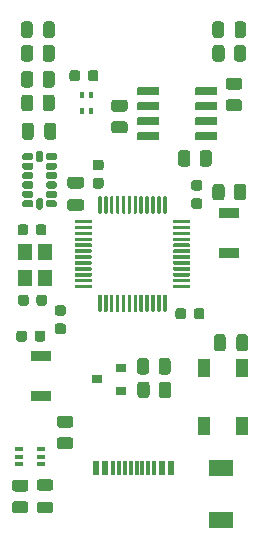
<source format=gbr>
%TF.GenerationSoftware,KiCad,Pcbnew,(5.1.12)-1*%
%TF.CreationDate,2021-12-27T17:53:29+01:00*%
%TF.ProjectId,stm32l-mcu-board,73746d33-326c-42d6-9d63-752d626f6172,rev?*%
%TF.SameCoordinates,Original*%
%TF.FileFunction,Paste,Top*%
%TF.FilePolarity,Positive*%
%FSLAX46Y46*%
G04 Gerber Fmt 4.6, Leading zero omitted, Abs format (unit mm)*
G04 Created by KiCad (PCBNEW (5.1.12)-1) date 2021-12-27 17:53:29*
%MOMM*%
%LPD*%
G01*
G04 APERTURE LIST*
%ADD10R,1.700000X0.900000*%
%ADD11R,1.000000X1.500000*%
%ADD12R,0.900000X0.800000*%
%ADD13R,0.300000X1.150000*%
%ADD14R,0.600000X1.150000*%
%ADD15R,0.650000X0.400000*%
%ADD16R,2.100000X1.400000*%
%ADD17R,1.200000X1.400000*%
%ADD18R,0.300000X0.500000*%
G04 APERTURE END LIST*
%TO.C,U4*%
G36*
G01*
X92150000Y-67775000D02*
X92150000Y-67125000D01*
G75*
G02*
X92300000Y-66975000I150000J0D01*
G01*
X92600000Y-66975000D01*
G75*
G02*
X92750000Y-67125000I0J-150000D01*
G01*
X92750000Y-67775000D01*
G75*
G02*
X92600000Y-67925000I-150000J0D01*
G01*
X92300000Y-67925000D01*
G75*
G02*
X92150000Y-67775000I0J150000D01*
G01*
G37*
G36*
G01*
X92975000Y-67600000D02*
X92975000Y-67300000D01*
G75*
G02*
X93125000Y-67150000I150000J0D01*
G01*
X93775000Y-67150000D01*
G75*
G02*
X93925000Y-67300000I0J-150000D01*
G01*
X93925000Y-67600000D01*
G75*
G02*
X93775000Y-67750000I-150000J0D01*
G01*
X93125000Y-67750000D01*
G75*
G02*
X92975000Y-67600000I0J150000D01*
G01*
G37*
G36*
G01*
X92975000Y-68400000D02*
X92975000Y-68100000D01*
G75*
G02*
X93125000Y-67950000I150000J0D01*
G01*
X93775000Y-67950000D01*
G75*
G02*
X93925000Y-68100000I0J-150000D01*
G01*
X93925000Y-68400000D01*
G75*
G02*
X93775000Y-68550000I-150000J0D01*
G01*
X93125000Y-68550000D01*
G75*
G02*
X92975000Y-68400000I0J150000D01*
G01*
G37*
G36*
G01*
X92975000Y-69200000D02*
X92975000Y-68900000D01*
G75*
G02*
X93125000Y-68750000I150000J0D01*
G01*
X93775000Y-68750000D01*
G75*
G02*
X93925000Y-68900000I0J-150000D01*
G01*
X93925000Y-69200000D01*
G75*
G02*
X93775000Y-69350000I-150000J0D01*
G01*
X93125000Y-69350000D01*
G75*
G02*
X92975000Y-69200000I0J150000D01*
G01*
G37*
G36*
G01*
X92975000Y-70000000D02*
X92975000Y-69700000D01*
G75*
G02*
X93125000Y-69550000I150000J0D01*
G01*
X93775000Y-69550000D01*
G75*
G02*
X93925000Y-69700000I0J-150000D01*
G01*
X93925000Y-70000000D01*
G75*
G02*
X93775000Y-70150000I-150000J0D01*
G01*
X93125000Y-70150000D01*
G75*
G02*
X92975000Y-70000000I0J150000D01*
G01*
G37*
G36*
G01*
X92975000Y-70800000D02*
X92975000Y-70500000D01*
G75*
G02*
X93125000Y-70350000I150000J0D01*
G01*
X93775000Y-70350000D01*
G75*
G02*
X93925000Y-70500000I0J-150000D01*
G01*
X93925000Y-70800000D01*
G75*
G02*
X93775000Y-70950000I-150000J0D01*
G01*
X93125000Y-70950000D01*
G75*
G02*
X92975000Y-70800000I0J150000D01*
G01*
G37*
G36*
G01*
X92975000Y-71600000D02*
X92975000Y-71300000D01*
G75*
G02*
X93125000Y-71150000I150000J0D01*
G01*
X93775000Y-71150000D01*
G75*
G02*
X93925000Y-71300000I0J-150000D01*
G01*
X93925000Y-71600000D01*
G75*
G02*
X93775000Y-71750000I-150000J0D01*
G01*
X93125000Y-71750000D01*
G75*
G02*
X92975000Y-71600000I0J150000D01*
G01*
G37*
G36*
G01*
X92150000Y-71775000D02*
X92150000Y-71125000D01*
G75*
G02*
X92300000Y-70975000I150000J0D01*
G01*
X92600000Y-70975000D01*
G75*
G02*
X92750000Y-71125000I0J-150000D01*
G01*
X92750000Y-71775000D01*
G75*
G02*
X92600000Y-71925000I-150000J0D01*
G01*
X92300000Y-71925000D01*
G75*
G02*
X92150000Y-71775000I0J150000D01*
G01*
G37*
G36*
G01*
X90975000Y-71600000D02*
X90975000Y-71300000D01*
G75*
G02*
X91125000Y-71150000I150000J0D01*
G01*
X91775000Y-71150000D01*
G75*
G02*
X91925000Y-71300000I0J-150000D01*
G01*
X91925000Y-71600000D01*
G75*
G02*
X91775000Y-71750000I-150000J0D01*
G01*
X91125000Y-71750000D01*
G75*
G02*
X90975000Y-71600000I0J150000D01*
G01*
G37*
G36*
G01*
X90975000Y-70800000D02*
X90975000Y-70500000D01*
G75*
G02*
X91125000Y-70350000I150000J0D01*
G01*
X91775000Y-70350000D01*
G75*
G02*
X91925000Y-70500000I0J-150000D01*
G01*
X91925000Y-70800000D01*
G75*
G02*
X91775000Y-70950000I-150000J0D01*
G01*
X91125000Y-70950000D01*
G75*
G02*
X90975000Y-70800000I0J150000D01*
G01*
G37*
G36*
G01*
X90975000Y-70000000D02*
X90975000Y-69700000D01*
G75*
G02*
X91125000Y-69550000I150000J0D01*
G01*
X91775000Y-69550000D01*
G75*
G02*
X91925000Y-69700000I0J-150000D01*
G01*
X91925000Y-70000000D01*
G75*
G02*
X91775000Y-70150000I-150000J0D01*
G01*
X91125000Y-70150000D01*
G75*
G02*
X90975000Y-70000000I0J150000D01*
G01*
G37*
G36*
G01*
X90975000Y-69200000D02*
X90975000Y-68900000D01*
G75*
G02*
X91125000Y-68750000I150000J0D01*
G01*
X91775000Y-68750000D01*
G75*
G02*
X91925000Y-68900000I0J-150000D01*
G01*
X91925000Y-69200000D01*
G75*
G02*
X91775000Y-69350000I-150000J0D01*
G01*
X91125000Y-69350000D01*
G75*
G02*
X90975000Y-69200000I0J150000D01*
G01*
G37*
G36*
G01*
X90975000Y-68400000D02*
X90975000Y-68100000D01*
G75*
G02*
X91125000Y-67950000I150000J0D01*
G01*
X91775000Y-67950000D01*
G75*
G02*
X91925000Y-68100000I0J-150000D01*
G01*
X91925000Y-68400000D01*
G75*
G02*
X91775000Y-68550000I-150000J0D01*
G01*
X91125000Y-68550000D01*
G75*
G02*
X90975000Y-68400000I0J150000D01*
G01*
G37*
G36*
G01*
X90975000Y-67600000D02*
X90975000Y-67300000D01*
G75*
G02*
X91125000Y-67150000I150000J0D01*
G01*
X91775000Y-67150000D01*
G75*
G02*
X91925000Y-67300000I0J-150000D01*
G01*
X91925000Y-67600000D01*
G75*
G02*
X91775000Y-67750000I-150000J0D01*
G01*
X91125000Y-67750000D01*
G75*
G02*
X90975000Y-67600000I0J150000D01*
G01*
G37*
%TD*%
D10*
%TO.C,SW2*%
X108450000Y-75650000D03*
X108450000Y-72250000D03*
%TD*%
%TO.C,R13*%
G36*
G01*
X108100000Y-69999999D02*
X108100000Y-70900001D01*
G75*
G02*
X107850001Y-71150000I-249999J0D01*
G01*
X107324999Y-71150000D01*
G75*
G02*
X107075000Y-70900001I0J249999D01*
G01*
X107075000Y-69999999D01*
G75*
G02*
X107324999Y-69750000I249999J0D01*
G01*
X107850001Y-69750000D01*
G75*
G02*
X108100000Y-69999999I0J-249999D01*
G01*
G37*
G36*
G01*
X109925000Y-69999999D02*
X109925000Y-70900001D01*
G75*
G02*
X109675001Y-71150000I-249999J0D01*
G01*
X109149999Y-71150000D01*
G75*
G02*
X108900000Y-70900001I0J249999D01*
G01*
X108900000Y-69999999D01*
G75*
G02*
X109149999Y-69750000I249999J0D01*
G01*
X109675001Y-69750000D01*
G75*
G02*
X109925000Y-69999999I0J-249999D01*
G01*
G37*
%TD*%
%TO.C,C18*%
G36*
G01*
X108200000Y-82725000D02*
X108200000Y-83675000D01*
G75*
G02*
X107950000Y-83925000I-250000J0D01*
G01*
X107450000Y-83925000D01*
G75*
G02*
X107200000Y-83675000I0J250000D01*
G01*
X107200000Y-82725000D01*
G75*
G02*
X107450000Y-82475000I250000J0D01*
G01*
X107950000Y-82475000D01*
G75*
G02*
X108200000Y-82725000I0J-250000D01*
G01*
G37*
G36*
G01*
X110100000Y-82725000D02*
X110100000Y-83675000D01*
G75*
G02*
X109850000Y-83925000I-250000J0D01*
G01*
X109350000Y-83925000D01*
G75*
G02*
X109100000Y-83675000I0J250000D01*
G01*
X109100000Y-82725000D01*
G75*
G02*
X109350000Y-82475000I250000J0D01*
G01*
X109850000Y-82475000D01*
G75*
G02*
X110100000Y-82725000I0J-250000D01*
G01*
G37*
%TD*%
D11*
%TO.C,D5*%
X106400000Y-90250000D03*
X109600000Y-90250000D03*
X109600000Y-85350000D03*
X106400000Y-85350000D03*
%TD*%
%TO.C,R12*%
G36*
G01*
X92700000Y-61350001D02*
X92700000Y-60449999D01*
G75*
G02*
X92949999Y-60200000I249999J0D01*
G01*
X93475001Y-60200000D01*
G75*
G02*
X93725000Y-60449999I0J-249999D01*
G01*
X93725000Y-61350001D01*
G75*
G02*
X93475001Y-61600000I-249999J0D01*
G01*
X92949999Y-61600000D01*
G75*
G02*
X92700000Y-61350001I0J249999D01*
G01*
G37*
G36*
G01*
X90875000Y-61350001D02*
X90875000Y-60449999D01*
G75*
G02*
X91124999Y-60200000I249999J0D01*
G01*
X91650001Y-60200000D01*
G75*
G02*
X91900000Y-60449999I0J-249999D01*
G01*
X91900000Y-61350001D01*
G75*
G02*
X91650001Y-61600000I-249999J0D01*
G01*
X91124999Y-61600000D01*
G75*
G02*
X90875000Y-61350001I0J249999D01*
G01*
G37*
%TD*%
%TO.C,R11*%
G36*
G01*
X92700000Y-63350001D02*
X92700000Y-62449999D01*
G75*
G02*
X92949999Y-62200000I249999J0D01*
G01*
X93475001Y-62200000D01*
G75*
G02*
X93725000Y-62449999I0J-249999D01*
G01*
X93725000Y-63350001D01*
G75*
G02*
X93475001Y-63600000I-249999J0D01*
G01*
X92949999Y-63600000D01*
G75*
G02*
X92700000Y-63350001I0J249999D01*
G01*
G37*
G36*
G01*
X90875000Y-63350001D02*
X90875000Y-62449999D01*
G75*
G02*
X91124999Y-62200000I249999J0D01*
G01*
X91650001Y-62200000D01*
G75*
G02*
X91900000Y-62449999I0J-249999D01*
G01*
X91900000Y-63350001D01*
G75*
G02*
X91650001Y-63600000I-249999J0D01*
G01*
X91124999Y-63600000D01*
G75*
G02*
X90875000Y-63350001I0J249999D01*
G01*
G37*
%TD*%
%TO.C,R6*%
G36*
G01*
X108100000Y-58249999D02*
X108100000Y-59150001D01*
G75*
G02*
X107850001Y-59400000I-249999J0D01*
G01*
X107324999Y-59400000D01*
G75*
G02*
X107075000Y-59150001I0J249999D01*
G01*
X107075000Y-58249999D01*
G75*
G02*
X107324999Y-58000000I249999J0D01*
G01*
X107850001Y-58000000D01*
G75*
G02*
X108100000Y-58249999I0J-249999D01*
G01*
G37*
G36*
G01*
X109925000Y-58249999D02*
X109925000Y-59150001D01*
G75*
G02*
X109675001Y-59400000I-249999J0D01*
G01*
X109149999Y-59400000D01*
G75*
G02*
X108900000Y-59150001I0J249999D01*
G01*
X108900000Y-58249999D01*
G75*
G02*
X109149999Y-58000000I249999J0D01*
G01*
X109675001Y-58000000D01*
G75*
G02*
X109925000Y-58249999I0J-249999D01*
G01*
G37*
%TD*%
%TO.C,D1*%
G36*
G01*
X108050000Y-56243750D02*
X108050000Y-57156250D01*
G75*
G02*
X107806250Y-57400000I-243750J0D01*
G01*
X107318750Y-57400000D01*
G75*
G02*
X107075000Y-57156250I0J243750D01*
G01*
X107075000Y-56243750D01*
G75*
G02*
X107318750Y-56000000I243750J0D01*
G01*
X107806250Y-56000000D01*
G75*
G02*
X108050000Y-56243750I0J-243750D01*
G01*
G37*
G36*
G01*
X109925000Y-56243750D02*
X109925000Y-57156250D01*
G75*
G02*
X109681250Y-57400000I-243750J0D01*
G01*
X109193750Y-57400000D01*
G75*
G02*
X108950000Y-57156250I0J243750D01*
G01*
X108950000Y-56243750D01*
G75*
G02*
X109193750Y-56000000I243750J0D01*
G01*
X109681250Y-56000000D01*
G75*
G02*
X109925000Y-56243750I0J-243750D01*
G01*
G37*
%TD*%
D12*
%TO.C,U5*%
X97300000Y-86300000D03*
X99300000Y-85350000D03*
X99300000Y-87250000D03*
%TD*%
%TO.C,TH1*%
G36*
G01*
X102550000Y-87650001D02*
X102550000Y-86749999D01*
G75*
G02*
X102799999Y-86500000I249999J0D01*
G01*
X103325001Y-86500000D01*
G75*
G02*
X103575000Y-86749999I0J-249999D01*
G01*
X103575000Y-87650001D01*
G75*
G02*
X103325001Y-87900000I-249999J0D01*
G01*
X102799999Y-87900000D01*
G75*
G02*
X102550000Y-87650001I0J249999D01*
G01*
G37*
G36*
G01*
X100725000Y-87650001D02*
X100725000Y-86749999D01*
G75*
G02*
X100974999Y-86500000I249999J0D01*
G01*
X101500001Y-86500000D01*
G75*
G02*
X101750000Y-86749999I0J-249999D01*
G01*
X101750000Y-87650001D01*
G75*
G02*
X101500001Y-87900000I-249999J0D01*
G01*
X100974999Y-87900000D01*
G75*
G02*
X100725000Y-87650001I0J249999D01*
G01*
G37*
%TD*%
%TO.C,R8*%
G36*
G01*
X101712500Y-84749999D02*
X101712500Y-85650001D01*
G75*
G02*
X101462501Y-85900000I-249999J0D01*
G01*
X100937499Y-85900000D01*
G75*
G02*
X100687500Y-85650001I0J249999D01*
G01*
X100687500Y-84749999D01*
G75*
G02*
X100937499Y-84500000I249999J0D01*
G01*
X101462501Y-84500000D01*
G75*
G02*
X101712500Y-84749999I0J-249999D01*
G01*
G37*
G36*
G01*
X103537500Y-84749999D02*
X103537500Y-85650001D01*
G75*
G02*
X103287501Y-85900000I-249999J0D01*
G01*
X102762499Y-85900000D01*
G75*
G02*
X102512500Y-85650001I0J249999D01*
G01*
X102512500Y-84749999D01*
G75*
G02*
X102762499Y-84500000I249999J0D01*
G01*
X103287501Y-84500000D01*
G75*
G02*
X103537500Y-84749999I0J-249999D01*
G01*
G37*
%TD*%
%TO.C,C8*%
G36*
G01*
X92850000Y-65775000D02*
X92850000Y-64825000D01*
G75*
G02*
X93100000Y-64575000I250000J0D01*
G01*
X93600000Y-64575000D01*
G75*
G02*
X93850000Y-64825000I0J-250000D01*
G01*
X93850000Y-65775000D01*
G75*
G02*
X93600000Y-66025000I-250000J0D01*
G01*
X93100000Y-66025000D01*
G75*
G02*
X92850000Y-65775000I0J250000D01*
G01*
G37*
G36*
G01*
X90950000Y-65775000D02*
X90950000Y-64825000D01*
G75*
G02*
X91200000Y-64575000I250000J0D01*
G01*
X91700000Y-64575000D01*
G75*
G02*
X91950000Y-64825000I0J-250000D01*
G01*
X91950000Y-65775000D01*
G75*
G02*
X91700000Y-66025000I-250000J0D01*
G01*
X91200000Y-66025000D01*
G75*
G02*
X90950000Y-65775000I0J250000D01*
G01*
G37*
%TD*%
D13*
%TO.C,J1*%
X98650000Y-93845000D03*
X99150000Y-93845000D03*
X99650000Y-93845000D03*
X102150000Y-93845000D03*
X101650000Y-93845000D03*
X101150000Y-93845000D03*
X100150000Y-93845000D03*
X100650000Y-93845000D03*
D14*
X102800000Y-93845000D03*
X98000000Y-93845000D03*
X103600000Y-93845000D03*
X97200000Y-93845000D03*
%TD*%
%TO.C,R9*%
G36*
G01*
X95050001Y-90400000D02*
X94149999Y-90400000D01*
G75*
G02*
X93900000Y-90150001I0J249999D01*
G01*
X93900000Y-89624999D01*
G75*
G02*
X94149999Y-89375000I249999J0D01*
G01*
X95050001Y-89375000D01*
G75*
G02*
X95300000Y-89624999I0J-249999D01*
G01*
X95300000Y-90150001D01*
G75*
G02*
X95050001Y-90400000I-249999J0D01*
G01*
G37*
G36*
G01*
X95050001Y-92225000D02*
X94149999Y-92225000D01*
G75*
G02*
X93900000Y-91975001I0J249999D01*
G01*
X93900000Y-91449999D01*
G75*
G02*
X94149999Y-91200000I249999J0D01*
G01*
X95050001Y-91200000D01*
G75*
G02*
X95300000Y-91449999I0J-249999D01*
G01*
X95300000Y-91975001D01*
G75*
G02*
X95050001Y-92225000I-249999J0D01*
G01*
G37*
%TD*%
D15*
%TO.C,Q1*%
X90700000Y-93500000D03*
X90700000Y-92200000D03*
X92600000Y-92850000D03*
X90700000Y-92850000D03*
X92600000Y-92200000D03*
X92600000Y-93500000D03*
%TD*%
D16*
%TO.C,D3*%
X107800000Y-98200000D03*
X107800000Y-93800000D03*
%TD*%
D17*
%TO.C,Y1*%
X92900000Y-75550000D03*
X92900000Y-77750000D03*
X91200000Y-77750000D03*
X91200000Y-75550000D03*
%TD*%
D10*
%TO.C,SW1*%
X92600000Y-84300000D03*
X92600000Y-87700000D03*
%TD*%
%TO.C,C7*%
G36*
G01*
X93950000Y-81575000D02*
X94450000Y-81575000D01*
G75*
G02*
X94675000Y-81800000I0J-225000D01*
G01*
X94675000Y-82250000D01*
G75*
G02*
X94450000Y-82475000I-225000J0D01*
G01*
X93950000Y-82475000D01*
G75*
G02*
X93725000Y-82250000I0J225000D01*
G01*
X93725000Y-81800000D01*
G75*
G02*
X93950000Y-81575000I225000J0D01*
G01*
G37*
G36*
G01*
X93950000Y-80025000D02*
X94450000Y-80025000D01*
G75*
G02*
X94675000Y-80250000I0J-225000D01*
G01*
X94675000Y-80700000D01*
G75*
G02*
X94450000Y-80925000I-225000J0D01*
G01*
X93950000Y-80925000D01*
G75*
G02*
X93725000Y-80700000I0J225000D01*
G01*
X93725000Y-80250000D01*
G75*
G02*
X93950000Y-80025000I225000J0D01*
G01*
G37*
%TD*%
%TO.C,C6*%
G36*
G01*
X106000000Y-70325000D02*
X105500000Y-70325000D01*
G75*
G02*
X105275000Y-70100000I0J225000D01*
G01*
X105275000Y-69650000D01*
G75*
G02*
X105500000Y-69425000I225000J0D01*
G01*
X106000000Y-69425000D01*
G75*
G02*
X106225000Y-69650000I0J-225000D01*
G01*
X106225000Y-70100000D01*
G75*
G02*
X106000000Y-70325000I-225000J0D01*
G01*
G37*
G36*
G01*
X106000000Y-71875000D02*
X105500000Y-71875000D01*
G75*
G02*
X105275000Y-71650000I0J225000D01*
G01*
X105275000Y-71200000D01*
G75*
G02*
X105500000Y-70975000I225000J0D01*
G01*
X106000000Y-70975000D01*
G75*
G02*
X106225000Y-71200000I0J-225000D01*
G01*
X106225000Y-71650000D01*
G75*
G02*
X106000000Y-71875000I-225000J0D01*
G01*
G37*
%TD*%
%TO.C,C5*%
G36*
G01*
X105500000Y-81000000D02*
X105500000Y-80500000D01*
G75*
G02*
X105725000Y-80275000I225000J0D01*
G01*
X106175000Y-80275000D01*
G75*
G02*
X106400000Y-80500000I0J-225000D01*
G01*
X106400000Y-81000000D01*
G75*
G02*
X106175000Y-81225000I-225000J0D01*
G01*
X105725000Y-81225000D01*
G75*
G02*
X105500000Y-81000000I0J225000D01*
G01*
G37*
G36*
G01*
X103950000Y-81000000D02*
X103950000Y-80500000D01*
G75*
G02*
X104175000Y-80275000I225000J0D01*
G01*
X104625000Y-80275000D01*
G75*
G02*
X104850000Y-80500000I0J-225000D01*
G01*
X104850000Y-81000000D01*
G75*
G02*
X104625000Y-81225000I-225000J0D01*
G01*
X104175000Y-81225000D01*
G75*
G02*
X103950000Y-81000000I0J225000D01*
G01*
G37*
%TD*%
%TO.C,C3*%
G36*
G01*
X91375000Y-82400000D02*
X91375000Y-82900000D01*
G75*
G02*
X91150000Y-83125000I-225000J0D01*
G01*
X90700000Y-83125000D01*
G75*
G02*
X90475000Y-82900000I0J225000D01*
G01*
X90475000Y-82400000D01*
G75*
G02*
X90700000Y-82175000I225000J0D01*
G01*
X91150000Y-82175000D01*
G75*
G02*
X91375000Y-82400000I0J-225000D01*
G01*
G37*
G36*
G01*
X92925000Y-82400000D02*
X92925000Y-82900000D01*
G75*
G02*
X92700000Y-83125000I-225000J0D01*
G01*
X92250000Y-83125000D01*
G75*
G02*
X92025000Y-82900000I0J225000D01*
G01*
X92025000Y-82400000D01*
G75*
G02*
X92250000Y-82175000I225000J0D01*
G01*
X92700000Y-82175000D01*
G75*
G02*
X92925000Y-82400000I0J-225000D01*
G01*
G37*
%TD*%
%TO.C,C4*%
G36*
G01*
X91525000Y-79350000D02*
X91525000Y-79850000D01*
G75*
G02*
X91300000Y-80075000I-225000J0D01*
G01*
X90850000Y-80075000D01*
G75*
G02*
X90625000Y-79850000I0J225000D01*
G01*
X90625000Y-79350000D01*
G75*
G02*
X90850000Y-79125000I225000J0D01*
G01*
X91300000Y-79125000D01*
G75*
G02*
X91525000Y-79350000I0J-225000D01*
G01*
G37*
G36*
G01*
X93075000Y-79350000D02*
X93075000Y-79850000D01*
G75*
G02*
X92850000Y-80075000I-225000J0D01*
G01*
X92400000Y-80075000D01*
G75*
G02*
X92175000Y-79850000I0J225000D01*
G01*
X92175000Y-79350000D01*
G75*
G02*
X92400000Y-79125000I225000J0D01*
G01*
X92850000Y-79125000D01*
G75*
G02*
X93075000Y-79350000I0J-225000D01*
G01*
G37*
%TD*%
%TO.C,C1*%
G36*
G01*
X91475000Y-73400000D02*
X91475000Y-73900000D01*
G75*
G02*
X91250000Y-74125000I-225000J0D01*
G01*
X90800000Y-74125000D01*
G75*
G02*
X90575000Y-73900000I0J225000D01*
G01*
X90575000Y-73400000D01*
G75*
G02*
X90800000Y-73175000I225000J0D01*
G01*
X91250000Y-73175000D01*
G75*
G02*
X91475000Y-73400000I0J-225000D01*
G01*
G37*
G36*
G01*
X93025000Y-73400000D02*
X93025000Y-73900000D01*
G75*
G02*
X92800000Y-74125000I-225000J0D01*
G01*
X92350000Y-74125000D01*
G75*
G02*
X92125000Y-73900000I0J225000D01*
G01*
X92125000Y-73400000D01*
G75*
G02*
X92350000Y-73175000I225000J0D01*
G01*
X92800000Y-73175000D01*
G75*
G02*
X93025000Y-73400000I0J-225000D01*
G01*
G37*
%TD*%
%TO.C,U3*%
G36*
G01*
X97400000Y-72200000D02*
X97400000Y-70875000D01*
G75*
G02*
X97475000Y-70800000I75000J0D01*
G01*
X97625000Y-70800000D01*
G75*
G02*
X97700000Y-70875000I0J-75000D01*
G01*
X97700000Y-72200000D01*
G75*
G02*
X97625000Y-72275000I-75000J0D01*
G01*
X97475000Y-72275000D01*
G75*
G02*
X97400000Y-72200000I0J75000D01*
G01*
G37*
G36*
G01*
X97900000Y-72200000D02*
X97900000Y-70875000D01*
G75*
G02*
X97975000Y-70800000I75000J0D01*
G01*
X98125000Y-70800000D01*
G75*
G02*
X98200000Y-70875000I0J-75000D01*
G01*
X98200000Y-72200000D01*
G75*
G02*
X98125000Y-72275000I-75000J0D01*
G01*
X97975000Y-72275000D01*
G75*
G02*
X97900000Y-72200000I0J75000D01*
G01*
G37*
G36*
G01*
X98400000Y-72200000D02*
X98400000Y-70875000D01*
G75*
G02*
X98475000Y-70800000I75000J0D01*
G01*
X98625000Y-70800000D01*
G75*
G02*
X98700000Y-70875000I0J-75000D01*
G01*
X98700000Y-72200000D01*
G75*
G02*
X98625000Y-72275000I-75000J0D01*
G01*
X98475000Y-72275000D01*
G75*
G02*
X98400000Y-72200000I0J75000D01*
G01*
G37*
G36*
G01*
X98900000Y-72200000D02*
X98900000Y-70875000D01*
G75*
G02*
X98975000Y-70800000I75000J0D01*
G01*
X99125000Y-70800000D01*
G75*
G02*
X99200000Y-70875000I0J-75000D01*
G01*
X99200000Y-72200000D01*
G75*
G02*
X99125000Y-72275000I-75000J0D01*
G01*
X98975000Y-72275000D01*
G75*
G02*
X98900000Y-72200000I0J75000D01*
G01*
G37*
G36*
G01*
X99400000Y-72200000D02*
X99400000Y-70875000D01*
G75*
G02*
X99475000Y-70800000I75000J0D01*
G01*
X99625000Y-70800000D01*
G75*
G02*
X99700000Y-70875000I0J-75000D01*
G01*
X99700000Y-72200000D01*
G75*
G02*
X99625000Y-72275000I-75000J0D01*
G01*
X99475000Y-72275000D01*
G75*
G02*
X99400000Y-72200000I0J75000D01*
G01*
G37*
G36*
G01*
X99900000Y-72200000D02*
X99900000Y-70875000D01*
G75*
G02*
X99975000Y-70800000I75000J0D01*
G01*
X100125000Y-70800000D01*
G75*
G02*
X100200000Y-70875000I0J-75000D01*
G01*
X100200000Y-72200000D01*
G75*
G02*
X100125000Y-72275000I-75000J0D01*
G01*
X99975000Y-72275000D01*
G75*
G02*
X99900000Y-72200000I0J75000D01*
G01*
G37*
G36*
G01*
X100400000Y-72200000D02*
X100400000Y-70875000D01*
G75*
G02*
X100475000Y-70800000I75000J0D01*
G01*
X100625000Y-70800000D01*
G75*
G02*
X100700000Y-70875000I0J-75000D01*
G01*
X100700000Y-72200000D01*
G75*
G02*
X100625000Y-72275000I-75000J0D01*
G01*
X100475000Y-72275000D01*
G75*
G02*
X100400000Y-72200000I0J75000D01*
G01*
G37*
G36*
G01*
X100900000Y-72200000D02*
X100900000Y-70875000D01*
G75*
G02*
X100975000Y-70800000I75000J0D01*
G01*
X101125000Y-70800000D01*
G75*
G02*
X101200000Y-70875000I0J-75000D01*
G01*
X101200000Y-72200000D01*
G75*
G02*
X101125000Y-72275000I-75000J0D01*
G01*
X100975000Y-72275000D01*
G75*
G02*
X100900000Y-72200000I0J75000D01*
G01*
G37*
G36*
G01*
X101400000Y-72200000D02*
X101400000Y-70875000D01*
G75*
G02*
X101475000Y-70800000I75000J0D01*
G01*
X101625000Y-70800000D01*
G75*
G02*
X101700000Y-70875000I0J-75000D01*
G01*
X101700000Y-72200000D01*
G75*
G02*
X101625000Y-72275000I-75000J0D01*
G01*
X101475000Y-72275000D01*
G75*
G02*
X101400000Y-72200000I0J75000D01*
G01*
G37*
G36*
G01*
X101900000Y-72200000D02*
X101900000Y-70875000D01*
G75*
G02*
X101975000Y-70800000I75000J0D01*
G01*
X102125000Y-70800000D01*
G75*
G02*
X102200000Y-70875000I0J-75000D01*
G01*
X102200000Y-72200000D01*
G75*
G02*
X102125000Y-72275000I-75000J0D01*
G01*
X101975000Y-72275000D01*
G75*
G02*
X101900000Y-72200000I0J75000D01*
G01*
G37*
G36*
G01*
X102400000Y-72200000D02*
X102400000Y-70875000D01*
G75*
G02*
X102475000Y-70800000I75000J0D01*
G01*
X102625000Y-70800000D01*
G75*
G02*
X102700000Y-70875000I0J-75000D01*
G01*
X102700000Y-72200000D01*
G75*
G02*
X102625000Y-72275000I-75000J0D01*
G01*
X102475000Y-72275000D01*
G75*
G02*
X102400000Y-72200000I0J75000D01*
G01*
G37*
G36*
G01*
X102900000Y-72200000D02*
X102900000Y-70875000D01*
G75*
G02*
X102975000Y-70800000I75000J0D01*
G01*
X103125000Y-70800000D01*
G75*
G02*
X103200000Y-70875000I0J-75000D01*
G01*
X103200000Y-72200000D01*
G75*
G02*
X103125000Y-72275000I-75000J0D01*
G01*
X102975000Y-72275000D01*
G75*
G02*
X102900000Y-72200000I0J75000D01*
G01*
G37*
G36*
G01*
X103725000Y-73025000D02*
X103725000Y-72875000D01*
G75*
G02*
X103800000Y-72800000I75000J0D01*
G01*
X105125000Y-72800000D01*
G75*
G02*
X105200000Y-72875000I0J-75000D01*
G01*
X105200000Y-73025000D01*
G75*
G02*
X105125000Y-73100000I-75000J0D01*
G01*
X103800000Y-73100000D01*
G75*
G02*
X103725000Y-73025000I0J75000D01*
G01*
G37*
G36*
G01*
X103725000Y-73525000D02*
X103725000Y-73375000D01*
G75*
G02*
X103800000Y-73300000I75000J0D01*
G01*
X105125000Y-73300000D01*
G75*
G02*
X105200000Y-73375000I0J-75000D01*
G01*
X105200000Y-73525000D01*
G75*
G02*
X105125000Y-73600000I-75000J0D01*
G01*
X103800000Y-73600000D01*
G75*
G02*
X103725000Y-73525000I0J75000D01*
G01*
G37*
G36*
G01*
X103725000Y-74025000D02*
X103725000Y-73875000D01*
G75*
G02*
X103800000Y-73800000I75000J0D01*
G01*
X105125000Y-73800000D01*
G75*
G02*
X105200000Y-73875000I0J-75000D01*
G01*
X105200000Y-74025000D01*
G75*
G02*
X105125000Y-74100000I-75000J0D01*
G01*
X103800000Y-74100000D01*
G75*
G02*
X103725000Y-74025000I0J75000D01*
G01*
G37*
G36*
G01*
X103725000Y-74525000D02*
X103725000Y-74375000D01*
G75*
G02*
X103800000Y-74300000I75000J0D01*
G01*
X105125000Y-74300000D01*
G75*
G02*
X105200000Y-74375000I0J-75000D01*
G01*
X105200000Y-74525000D01*
G75*
G02*
X105125000Y-74600000I-75000J0D01*
G01*
X103800000Y-74600000D01*
G75*
G02*
X103725000Y-74525000I0J75000D01*
G01*
G37*
G36*
G01*
X103725000Y-75025000D02*
X103725000Y-74875000D01*
G75*
G02*
X103800000Y-74800000I75000J0D01*
G01*
X105125000Y-74800000D01*
G75*
G02*
X105200000Y-74875000I0J-75000D01*
G01*
X105200000Y-75025000D01*
G75*
G02*
X105125000Y-75100000I-75000J0D01*
G01*
X103800000Y-75100000D01*
G75*
G02*
X103725000Y-75025000I0J75000D01*
G01*
G37*
G36*
G01*
X103725000Y-75525000D02*
X103725000Y-75375000D01*
G75*
G02*
X103800000Y-75300000I75000J0D01*
G01*
X105125000Y-75300000D01*
G75*
G02*
X105200000Y-75375000I0J-75000D01*
G01*
X105200000Y-75525000D01*
G75*
G02*
X105125000Y-75600000I-75000J0D01*
G01*
X103800000Y-75600000D01*
G75*
G02*
X103725000Y-75525000I0J75000D01*
G01*
G37*
G36*
G01*
X103725000Y-76025000D02*
X103725000Y-75875000D01*
G75*
G02*
X103800000Y-75800000I75000J0D01*
G01*
X105125000Y-75800000D01*
G75*
G02*
X105200000Y-75875000I0J-75000D01*
G01*
X105200000Y-76025000D01*
G75*
G02*
X105125000Y-76100000I-75000J0D01*
G01*
X103800000Y-76100000D01*
G75*
G02*
X103725000Y-76025000I0J75000D01*
G01*
G37*
G36*
G01*
X103725000Y-76525000D02*
X103725000Y-76375000D01*
G75*
G02*
X103800000Y-76300000I75000J0D01*
G01*
X105125000Y-76300000D01*
G75*
G02*
X105200000Y-76375000I0J-75000D01*
G01*
X105200000Y-76525000D01*
G75*
G02*
X105125000Y-76600000I-75000J0D01*
G01*
X103800000Y-76600000D01*
G75*
G02*
X103725000Y-76525000I0J75000D01*
G01*
G37*
G36*
G01*
X103725000Y-77025000D02*
X103725000Y-76875000D01*
G75*
G02*
X103800000Y-76800000I75000J0D01*
G01*
X105125000Y-76800000D01*
G75*
G02*
X105200000Y-76875000I0J-75000D01*
G01*
X105200000Y-77025000D01*
G75*
G02*
X105125000Y-77100000I-75000J0D01*
G01*
X103800000Y-77100000D01*
G75*
G02*
X103725000Y-77025000I0J75000D01*
G01*
G37*
G36*
G01*
X103725000Y-77525000D02*
X103725000Y-77375000D01*
G75*
G02*
X103800000Y-77300000I75000J0D01*
G01*
X105125000Y-77300000D01*
G75*
G02*
X105200000Y-77375000I0J-75000D01*
G01*
X105200000Y-77525000D01*
G75*
G02*
X105125000Y-77600000I-75000J0D01*
G01*
X103800000Y-77600000D01*
G75*
G02*
X103725000Y-77525000I0J75000D01*
G01*
G37*
G36*
G01*
X103725000Y-78025000D02*
X103725000Y-77875000D01*
G75*
G02*
X103800000Y-77800000I75000J0D01*
G01*
X105125000Y-77800000D01*
G75*
G02*
X105200000Y-77875000I0J-75000D01*
G01*
X105200000Y-78025000D01*
G75*
G02*
X105125000Y-78100000I-75000J0D01*
G01*
X103800000Y-78100000D01*
G75*
G02*
X103725000Y-78025000I0J75000D01*
G01*
G37*
G36*
G01*
X103725000Y-78525000D02*
X103725000Y-78375000D01*
G75*
G02*
X103800000Y-78300000I75000J0D01*
G01*
X105125000Y-78300000D01*
G75*
G02*
X105200000Y-78375000I0J-75000D01*
G01*
X105200000Y-78525000D01*
G75*
G02*
X105125000Y-78600000I-75000J0D01*
G01*
X103800000Y-78600000D01*
G75*
G02*
X103725000Y-78525000I0J75000D01*
G01*
G37*
G36*
G01*
X102900000Y-80525000D02*
X102900000Y-79200000D01*
G75*
G02*
X102975000Y-79125000I75000J0D01*
G01*
X103125000Y-79125000D01*
G75*
G02*
X103200000Y-79200000I0J-75000D01*
G01*
X103200000Y-80525000D01*
G75*
G02*
X103125000Y-80600000I-75000J0D01*
G01*
X102975000Y-80600000D01*
G75*
G02*
X102900000Y-80525000I0J75000D01*
G01*
G37*
G36*
G01*
X102400000Y-80525000D02*
X102400000Y-79200000D01*
G75*
G02*
X102475000Y-79125000I75000J0D01*
G01*
X102625000Y-79125000D01*
G75*
G02*
X102700000Y-79200000I0J-75000D01*
G01*
X102700000Y-80525000D01*
G75*
G02*
X102625000Y-80600000I-75000J0D01*
G01*
X102475000Y-80600000D01*
G75*
G02*
X102400000Y-80525000I0J75000D01*
G01*
G37*
G36*
G01*
X101900000Y-80525000D02*
X101900000Y-79200000D01*
G75*
G02*
X101975000Y-79125000I75000J0D01*
G01*
X102125000Y-79125000D01*
G75*
G02*
X102200000Y-79200000I0J-75000D01*
G01*
X102200000Y-80525000D01*
G75*
G02*
X102125000Y-80600000I-75000J0D01*
G01*
X101975000Y-80600000D01*
G75*
G02*
X101900000Y-80525000I0J75000D01*
G01*
G37*
G36*
G01*
X101400000Y-80525000D02*
X101400000Y-79200000D01*
G75*
G02*
X101475000Y-79125000I75000J0D01*
G01*
X101625000Y-79125000D01*
G75*
G02*
X101700000Y-79200000I0J-75000D01*
G01*
X101700000Y-80525000D01*
G75*
G02*
X101625000Y-80600000I-75000J0D01*
G01*
X101475000Y-80600000D01*
G75*
G02*
X101400000Y-80525000I0J75000D01*
G01*
G37*
G36*
G01*
X100900000Y-80525000D02*
X100900000Y-79200000D01*
G75*
G02*
X100975000Y-79125000I75000J0D01*
G01*
X101125000Y-79125000D01*
G75*
G02*
X101200000Y-79200000I0J-75000D01*
G01*
X101200000Y-80525000D01*
G75*
G02*
X101125000Y-80600000I-75000J0D01*
G01*
X100975000Y-80600000D01*
G75*
G02*
X100900000Y-80525000I0J75000D01*
G01*
G37*
G36*
G01*
X100400000Y-80525000D02*
X100400000Y-79200000D01*
G75*
G02*
X100475000Y-79125000I75000J0D01*
G01*
X100625000Y-79125000D01*
G75*
G02*
X100700000Y-79200000I0J-75000D01*
G01*
X100700000Y-80525000D01*
G75*
G02*
X100625000Y-80600000I-75000J0D01*
G01*
X100475000Y-80600000D01*
G75*
G02*
X100400000Y-80525000I0J75000D01*
G01*
G37*
G36*
G01*
X99900000Y-80525000D02*
X99900000Y-79200000D01*
G75*
G02*
X99975000Y-79125000I75000J0D01*
G01*
X100125000Y-79125000D01*
G75*
G02*
X100200000Y-79200000I0J-75000D01*
G01*
X100200000Y-80525000D01*
G75*
G02*
X100125000Y-80600000I-75000J0D01*
G01*
X99975000Y-80600000D01*
G75*
G02*
X99900000Y-80525000I0J75000D01*
G01*
G37*
G36*
G01*
X99400000Y-80525000D02*
X99400000Y-79200000D01*
G75*
G02*
X99475000Y-79125000I75000J0D01*
G01*
X99625000Y-79125000D01*
G75*
G02*
X99700000Y-79200000I0J-75000D01*
G01*
X99700000Y-80525000D01*
G75*
G02*
X99625000Y-80600000I-75000J0D01*
G01*
X99475000Y-80600000D01*
G75*
G02*
X99400000Y-80525000I0J75000D01*
G01*
G37*
G36*
G01*
X98900000Y-80525000D02*
X98900000Y-79200000D01*
G75*
G02*
X98975000Y-79125000I75000J0D01*
G01*
X99125000Y-79125000D01*
G75*
G02*
X99200000Y-79200000I0J-75000D01*
G01*
X99200000Y-80525000D01*
G75*
G02*
X99125000Y-80600000I-75000J0D01*
G01*
X98975000Y-80600000D01*
G75*
G02*
X98900000Y-80525000I0J75000D01*
G01*
G37*
G36*
G01*
X98400000Y-80525000D02*
X98400000Y-79200000D01*
G75*
G02*
X98475000Y-79125000I75000J0D01*
G01*
X98625000Y-79125000D01*
G75*
G02*
X98700000Y-79200000I0J-75000D01*
G01*
X98700000Y-80525000D01*
G75*
G02*
X98625000Y-80600000I-75000J0D01*
G01*
X98475000Y-80600000D01*
G75*
G02*
X98400000Y-80525000I0J75000D01*
G01*
G37*
G36*
G01*
X97900000Y-80525000D02*
X97900000Y-79200000D01*
G75*
G02*
X97975000Y-79125000I75000J0D01*
G01*
X98125000Y-79125000D01*
G75*
G02*
X98200000Y-79200000I0J-75000D01*
G01*
X98200000Y-80525000D01*
G75*
G02*
X98125000Y-80600000I-75000J0D01*
G01*
X97975000Y-80600000D01*
G75*
G02*
X97900000Y-80525000I0J75000D01*
G01*
G37*
G36*
G01*
X97400000Y-80525000D02*
X97400000Y-79200000D01*
G75*
G02*
X97475000Y-79125000I75000J0D01*
G01*
X97625000Y-79125000D01*
G75*
G02*
X97700000Y-79200000I0J-75000D01*
G01*
X97700000Y-80525000D01*
G75*
G02*
X97625000Y-80600000I-75000J0D01*
G01*
X97475000Y-80600000D01*
G75*
G02*
X97400000Y-80525000I0J75000D01*
G01*
G37*
G36*
G01*
X95400000Y-78525000D02*
X95400000Y-78375000D01*
G75*
G02*
X95475000Y-78300000I75000J0D01*
G01*
X96800000Y-78300000D01*
G75*
G02*
X96875000Y-78375000I0J-75000D01*
G01*
X96875000Y-78525000D01*
G75*
G02*
X96800000Y-78600000I-75000J0D01*
G01*
X95475000Y-78600000D01*
G75*
G02*
X95400000Y-78525000I0J75000D01*
G01*
G37*
G36*
G01*
X95400000Y-78025000D02*
X95400000Y-77875000D01*
G75*
G02*
X95475000Y-77800000I75000J0D01*
G01*
X96800000Y-77800000D01*
G75*
G02*
X96875000Y-77875000I0J-75000D01*
G01*
X96875000Y-78025000D01*
G75*
G02*
X96800000Y-78100000I-75000J0D01*
G01*
X95475000Y-78100000D01*
G75*
G02*
X95400000Y-78025000I0J75000D01*
G01*
G37*
G36*
G01*
X95400000Y-77525000D02*
X95400000Y-77375000D01*
G75*
G02*
X95475000Y-77300000I75000J0D01*
G01*
X96800000Y-77300000D01*
G75*
G02*
X96875000Y-77375000I0J-75000D01*
G01*
X96875000Y-77525000D01*
G75*
G02*
X96800000Y-77600000I-75000J0D01*
G01*
X95475000Y-77600000D01*
G75*
G02*
X95400000Y-77525000I0J75000D01*
G01*
G37*
G36*
G01*
X95400000Y-77025000D02*
X95400000Y-76875000D01*
G75*
G02*
X95475000Y-76800000I75000J0D01*
G01*
X96800000Y-76800000D01*
G75*
G02*
X96875000Y-76875000I0J-75000D01*
G01*
X96875000Y-77025000D01*
G75*
G02*
X96800000Y-77100000I-75000J0D01*
G01*
X95475000Y-77100000D01*
G75*
G02*
X95400000Y-77025000I0J75000D01*
G01*
G37*
G36*
G01*
X95400000Y-76525000D02*
X95400000Y-76375000D01*
G75*
G02*
X95475000Y-76300000I75000J0D01*
G01*
X96800000Y-76300000D01*
G75*
G02*
X96875000Y-76375000I0J-75000D01*
G01*
X96875000Y-76525000D01*
G75*
G02*
X96800000Y-76600000I-75000J0D01*
G01*
X95475000Y-76600000D01*
G75*
G02*
X95400000Y-76525000I0J75000D01*
G01*
G37*
G36*
G01*
X95400000Y-76025000D02*
X95400000Y-75875000D01*
G75*
G02*
X95475000Y-75800000I75000J0D01*
G01*
X96800000Y-75800000D01*
G75*
G02*
X96875000Y-75875000I0J-75000D01*
G01*
X96875000Y-76025000D01*
G75*
G02*
X96800000Y-76100000I-75000J0D01*
G01*
X95475000Y-76100000D01*
G75*
G02*
X95400000Y-76025000I0J75000D01*
G01*
G37*
G36*
G01*
X95400000Y-75525000D02*
X95400000Y-75375000D01*
G75*
G02*
X95475000Y-75300000I75000J0D01*
G01*
X96800000Y-75300000D01*
G75*
G02*
X96875000Y-75375000I0J-75000D01*
G01*
X96875000Y-75525000D01*
G75*
G02*
X96800000Y-75600000I-75000J0D01*
G01*
X95475000Y-75600000D01*
G75*
G02*
X95400000Y-75525000I0J75000D01*
G01*
G37*
G36*
G01*
X95400000Y-75025000D02*
X95400000Y-74875000D01*
G75*
G02*
X95475000Y-74800000I75000J0D01*
G01*
X96800000Y-74800000D01*
G75*
G02*
X96875000Y-74875000I0J-75000D01*
G01*
X96875000Y-75025000D01*
G75*
G02*
X96800000Y-75100000I-75000J0D01*
G01*
X95475000Y-75100000D01*
G75*
G02*
X95400000Y-75025000I0J75000D01*
G01*
G37*
G36*
G01*
X95400000Y-74525000D02*
X95400000Y-74375000D01*
G75*
G02*
X95475000Y-74300000I75000J0D01*
G01*
X96800000Y-74300000D01*
G75*
G02*
X96875000Y-74375000I0J-75000D01*
G01*
X96875000Y-74525000D01*
G75*
G02*
X96800000Y-74600000I-75000J0D01*
G01*
X95475000Y-74600000D01*
G75*
G02*
X95400000Y-74525000I0J75000D01*
G01*
G37*
G36*
G01*
X95400000Y-74025000D02*
X95400000Y-73875000D01*
G75*
G02*
X95475000Y-73800000I75000J0D01*
G01*
X96800000Y-73800000D01*
G75*
G02*
X96875000Y-73875000I0J-75000D01*
G01*
X96875000Y-74025000D01*
G75*
G02*
X96800000Y-74100000I-75000J0D01*
G01*
X95475000Y-74100000D01*
G75*
G02*
X95400000Y-74025000I0J75000D01*
G01*
G37*
G36*
G01*
X95400000Y-73525000D02*
X95400000Y-73375000D01*
G75*
G02*
X95475000Y-73300000I75000J0D01*
G01*
X96800000Y-73300000D01*
G75*
G02*
X96875000Y-73375000I0J-75000D01*
G01*
X96875000Y-73525000D01*
G75*
G02*
X96800000Y-73600000I-75000J0D01*
G01*
X95475000Y-73600000D01*
G75*
G02*
X95400000Y-73525000I0J75000D01*
G01*
G37*
G36*
G01*
X95400000Y-73025000D02*
X95400000Y-72875000D01*
G75*
G02*
X95475000Y-72800000I75000J0D01*
G01*
X96800000Y-72800000D01*
G75*
G02*
X96875000Y-72875000I0J-75000D01*
G01*
X96875000Y-73025000D01*
G75*
G02*
X96800000Y-73100000I-75000J0D01*
G01*
X95475000Y-73100000D01*
G75*
G02*
X95400000Y-73025000I0J75000D01*
G01*
G37*
%TD*%
%TO.C,R7*%
G36*
G01*
X92700000Y-59150001D02*
X92700000Y-58249999D01*
G75*
G02*
X92949999Y-58000000I249999J0D01*
G01*
X93475001Y-58000000D01*
G75*
G02*
X93725000Y-58249999I0J-249999D01*
G01*
X93725000Y-59150001D01*
G75*
G02*
X93475001Y-59400000I-249999J0D01*
G01*
X92949999Y-59400000D01*
G75*
G02*
X92700000Y-59150001I0J249999D01*
G01*
G37*
G36*
G01*
X90875000Y-59150001D02*
X90875000Y-58249999D01*
G75*
G02*
X91124999Y-58000000I249999J0D01*
G01*
X91650001Y-58000000D01*
G75*
G02*
X91900000Y-58249999I0J-249999D01*
G01*
X91900000Y-59150001D01*
G75*
G02*
X91650001Y-59400000I-249999J0D01*
G01*
X91124999Y-59400000D01*
G75*
G02*
X90875000Y-59150001I0J249999D01*
G01*
G37*
%TD*%
%TO.C,D2*%
G36*
G01*
X92750000Y-57156250D02*
X92750000Y-56243750D01*
G75*
G02*
X92993750Y-56000000I243750J0D01*
G01*
X93481250Y-56000000D01*
G75*
G02*
X93725000Y-56243750I0J-243750D01*
G01*
X93725000Y-57156250D01*
G75*
G02*
X93481250Y-57400000I-243750J0D01*
G01*
X92993750Y-57400000D01*
G75*
G02*
X92750000Y-57156250I0J243750D01*
G01*
G37*
G36*
G01*
X90875000Y-57156250D02*
X90875000Y-56243750D01*
G75*
G02*
X91118750Y-56000000I243750J0D01*
G01*
X91606250Y-56000000D01*
G75*
G02*
X91850000Y-56243750I0J-243750D01*
G01*
X91850000Y-57156250D01*
G75*
G02*
X91606250Y-57400000I-243750J0D01*
G01*
X91118750Y-57400000D01*
G75*
G02*
X90875000Y-57156250I0J243750D01*
G01*
G37*
%TD*%
%TO.C,U2*%
G36*
G01*
X107505000Y-65447000D02*
X107505000Y-65963000D01*
G75*
G02*
X107463000Y-66005000I-42000J0D01*
G01*
X105647000Y-66005000D01*
G75*
G02*
X105605000Y-65963000I0J42000D01*
G01*
X105605000Y-65447000D01*
G75*
G02*
X105647000Y-65405000I42000J0D01*
G01*
X107463000Y-65405000D01*
G75*
G02*
X107505000Y-65447000I0J-42000D01*
G01*
G37*
G36*
G01*
X107505000Y-64177000D02*
X107505000Y-64693000D01*
G75*
G02*
X107463000Y-64735000I-42000J0D01*
G01*
X105647000Y-64735000D01*
G75*
G02*
X105605000Y-64693000I0J42000D01*
G01*
X105605000Y-64177000D01*
G75*
G02*
X105647000Y-64135000I42000J0D01*
G01*
X107463000Y-64135000D01*
G75*
G02*
X107505000Y-64177000I0J-42000D01*
G01*
G37*
G36*
G01*
X107505000Y-62907000D02*
X107505000Y-63423000D01*
G75*
G02*
X107463000Y-63465000I-42000J0D01*
G01*
X105647000Y-63465000D01*
G75*
G02*
X105605000Y-63423000I0J42000D01*
G01*
X105605000Y-62907000D01*
G75*
G02*
X105647000Y-62865000I42000J0D01*
G01*
X107463000Y-62865000D01*
G75*
G02*
X107505000Y-62907000I0J-42000D01*
G01*
G37*
G36*
G01*
X107505000Y-61637000D02*
X107505000Y-62153000D01*
G75*
G02*
X107463000Y-62195000I-42000J0D01*
G01*
X105647000Y-62195000D01*
G75*
G02*
X105605000Y-62153000I0J42000D01*
G01*
X105605000Y-61637000D01*
G75*
G02*
X105647000Y-61595000I42000J0D01*
G01*
X107463000Y-61595000D01*
G75*
G02*
X107505000Y-61637000I0J-42000D01*
G01*
G37*
G36*
G01*
X102595000Y-61637000D02*
X102595000Y-62153000D01*
G75*
G02*
X102553000Y-62195000I-42000J0D01*
G01*
X100737000Y-62195000D01*
G75*
G02*
X100695000Y-62153000I0J42000D01*
G01*
X100695000Y-61637000D01*
G75*
G02*
X100737000Y-61595000I42000J0D01*
G01*
X102553000Y-61595000D01*
G75*
G02*
X102595000Y-61637000I0J-42000D01*
G01*
G37*
G36*
G01*
X102595000Y-62907000D02*
X102595000Y-63423000D01*
G75*
G02*
X102553000Y-63465000I-42000J0D01*
G01*
X100737000Y-63465000D01*
G75*
G02*
X100695000Y-63423000I0J42000D01*
G01*
X100695000Y-62907000D01*
G75*
G02*
X100737000Y-62865000I42000J0D01*
G01*
X102553000Y-62865000D01*
G75*
G02*
X102595000Y-62907000I0J-42000D01*
G01*
G37*
G36*
G01*
X102595000Y-64177000D02*
X102595000Y-64693000D01*
G75*
G02*
X102553000Y-64735000I-42000J0D01*
G01*
X100737000Y-64735000D01*
G75*
G02*
X100695000Y-64693000I0J42000D01*
G01*
X100695000Y-64177000D01*
G75*
G02*
X100737000Y-64135000I42000J0D01*
G01*
X102553000Y-64135000D01*
G75*
G02*
X102595000Y-64177000I0J-42000D01*
G01*
G37*
G36*
G01*
X102595000Y-65447000D02*
X102595000Y-65963000D01*
G75*
G02*
X102553000Y-66005000I-42000J0D01*
G01*
X100737000Y-66005000D01*
G75*
G02*
X100695000Y-65963000I0J42000D01*
G01*
X100695000Y-65447000D01*
G75*
G02*
X100737000Y-65405000I42000J0D01*
G01*
X102553000Y-65405000D01*
G75*
G02*
X102595000Y-65447000I0J-42000D01*
G01*
G37*
%TD*%
D18*
%TO.C,U1*%
X96000000Y-63600000D03*
X96800000Y-63600000D03*
X96000000Y-62200000D03*
X96800000Y-62200000D03*
%TD*%
%TO.C,R10*%
G36*
G01*
X91250001Y-95812500D02*
X90349999Y-95812500D01*
G75*
G02*
X90100000Y-95562501I0J249999D01*
G01*
X90100000Y-95037499D01*
G75*
G02*
X90349999Y-94787500I249999J0D01*
G01*
X91250001Y-94787500D01*
G75*
G02*
X91500000Y-95037499I0J-249999D01*
G01*
X91500000Y-95562501D01*
G75*
G02*
X91250001Y-95812500I-249999J0D01*
G01*
G37*
G36*
G01*
X91250001Y-97637500D02*
X90349999Y-97637500D01*
G75*
G02*
X90100000Y-97387501I0J249999D01*
G01*
X90100000Y-96862499D01*
G75*
G02*
X90349999Y-96612500I249999J0D01*
G01*
X91250001Y-96612500D01*
G75*
G02*
X91500000Y-96862499I0J-249999D01*
G01*
X91500000Y-97387501D01*
G75*
G02*
X91250001Y-97637500I-249999J0D01*
G01*
G37*
%TD*%
%TO.C,R5*%
G36*
G01*
X99650001Y-63650000D02*
X98749999Y-63650000D01*
G75*
G02*
X98500000Y-63400001I0J249999D01*
G01*
X98500000Y-62874999D01*
G75*
G02*
X98749999Y-62625000I249999J0D01*
G01*
X99650001Y-62625000D01*
G75*
G02*
X99900000Y-62874999I0J-249999D01*
G01*
X99900000Y-63400001D01*
G75*
G02*
X99650001Y-63650000I-249999J0D01*
G01*
G37*
G36*
G01*
X99650001Y-65475000D02*
X98749999Y-65475000D01*
G75*
G02*
X98500000Y-65225001I0J249999D01*
G01*
X98500000Y-64699999D01*
G75*
G02*
X98749999Y-64450000I249999J0D01*
G01*
X99650001Y-64450000D01*
G75*
G02*
X99900000Y-64699999I0J-249999D01*
G01*
X99900000Y-65225001D01*
G75*
G02*
X99650001Y-65475000I-249999J0D01*
G01*
G37*
%TD*%
%TO.C,R3*%
G36*
G01*
X106000000Y-68050001D02*
X106000000Y-67149999D01*
G75*
G02*
X106249999Y-66900000I249999J0D01*
G01*
X106775001Y-66900000D01*
G75*
G02*
X107025000Y-67149999I0J-249999D01*
G01*
X107025000Y-68050001D01*
G75*
G02*
X106775001Y-68300000I-249999J0D01*
G01*
X106249999Y-68300000D01*
G75*
G02*
X106000000Y-68050001I0J249999D01*
G01*
G37*
G36*
G01*
X104175000Y-68050001D02*
X104175000Y-67149999D01*
G75*
G02*
X104424999Y-66900000I249999J0D01*
G01*
X104950001Y-66900000D01*
G75*
G02*
X105200000Y-67149999I0J-249999D01*
G01*
X105200000Y-68050001D01*
G75*
G02*
X104950001Y-68300000I-249999J0D01*
G01*
X104424999Y-68300000D01*
G75*
G02*
X104175000Y-68050001I0J249999D01*
G01*
G37*
%TD*%
%TO.C,R1*%
G36*
G01*
X108449999Y-62600000D02*
X109350001Y-62600000D01*
G75*
G02*
X109600000Y-62849999I0J-249999D01*
G01*
X109600000Y-63375001D01*
G75*
G02*
X109350001Y-63625000I-249999J0D01*
G01*
X108449999Y-63625000D01*
G75*
G02*
X108200000Y-63375001I0J249999D01*
G01*
X108200000Y-62849999D01*
G75*
G02*
X108449999Y-62600000I249999J0D01*
G01*
G37*
G36*
G01*
X108449999Y-60775000D02*
X109350001Y-60775000D01*
G75*
G02*
X109600000Y-61024999I0J-249999D01*
G01*
X109600000Y-61550001D01*
G75*
G02*
X109350001Y-61800000I-249999J0D01*
G01*
X108449999Y-61800000D01*
G75*
G02*
X108200000Y-61550001I0J249999D01*
G01*
X108200000Y-61024999D01*
G75*
G02*
X108449999Y-60775000I249999J0D01*
G01*
G37*
%TD*%
%TO.C,D4*%
G36*
G01*
X92443750Y-96650000D02*
X93356250Y-96650000D01*
G75*
G02*
X93600000Y-96893750I0J-243750D01*
G01*
X93600000Y-97381250D01*
G75*
G02*
X93356250Y-97625000I-243750J0D01*
G01*
X92443750Y-97625000D01*
G75*
G02*
X92200000Y-97381250I0J243750D01*
G01*
X92200000Y-96893750D01*
G75*
G02*
X92443750Y-96650000I243750J0D01*
G01*
G37*
G36*
G01*
X92443750Y-94775000D02*
X93356250Y-94775000D01*
G75*
G02*
X93600000Y-95018750I0J-243750D01*
G01*
X93600000Y-95506250D01*
G75*
G02*
X93356250Y-95750000I-243750J0D01*
G01*
X92443750Y-95750000D01*
G75*
G02*
X92200000Y-95506250I0J243750D01*
G01*
X92200000Y-95018750D01*
G75*
G02*
X92443750Y-94775000I243750J0D01*
G01*
G37*
%TD*%
%TO.C,C10*%
G36*
G01*
X95975000Y-70150000D02*
X95025000Y-70150000D01*
G75*
G02*
X94775000Y-69900000I0J250000D01*
G01*
X94775000Y-69400000D01*
G75*
G02*
X95025000Y-69150000I250000J0D01*
G01*
X95975000Y-69150000D01*
G75*
G02*
X96225000Y-69400000I0J-250000D01*
G01*
X96225000Y-69900000D01*
G75*
G02*
X95975000Y-70150000I-250000J0D01*
G01*
G37*
G36*
G01*
X95975000Y-72050000D02*
X95025000Y-72050000D01*
G75*
G02*
X94775000Y-71800000I0J250000D01*
G01*
X94775000Y-71300000D01*
G75*
G02*
X95025000Y-71050000I250000J0D01*
G01*
X95975000Y-71050000D01*
G75*
G02*
X96225000Y-71300000I0J-250000D01*
G01*
X96225000Y-71800000D01*
G75*
G02*
X95975000Y-72050000I-250000J0D01*
G01*
G37*
%TD*%
%TO.C,C9*%
G36*
G01*
X97650000Y-68600000D02*
X97150000Y-68600000D01*
G75*
G02*
X96925000Y-68375000I0J225000D01*
G01*
X96925000Y-67925000D01*
G75*
G02*
X97150000Y-67700000I225000J0D01*
G01*
X97650000Y-67700000D01*
G75*
G02*
X97875000Y-67925000I0J-225000D01*
G01*
X97875000Y-68375000D01*
G75*
G02*
X97650000Y-68600000I-225000J0D01*
G01*
G37*
G36*
G01*
X97650000Y-70150000D02*
X97150000Y-70150000D01*
G75*
G02*
X96925000Y-69925000I0J225000D01*
G01*
X96925000Y-69475000D01*
G75*
G02*
X97150000Y-69250000I225000J0D01*
G01*
X97650000Y-69250000D01*
G75*
G02*
X97875000Y-69475000I0J-225000D01*
G01*
X97875000Y-69925000D01*
G75*
G02*
X97650000Y-70150000I-225000J0D01*
G01*
G37*
%TD*%
%TO.C,C2*%
G36*
G01*
X95875000Y-60350000D02*
X95875000Y-60850000D01*
G75*
G02*
X95650000Y-61075000I-225000J0D01*
G01*
X95200000Y-61075000D01*
G75*
G02*
X94975000Y-60850000I0J225000D01*
G01*
X94975000Y-60350000D01*
G75*
G02*
X95200000Y-60125000I225000J0D01*
G01*
X95650000Y-60125000D01*
G75*
G02*
X95875000Y-60350000I0J-225000D01*
G01*
G37*
G36*
G01*
X97425000Y-60350000D02*
X97425000Y-60850000D01*
G75*
G02*
X97200000Y-61075000I-225000J0D01*
G01*
X96750000Y-61075000D01*
G75*
G02*
X96525000Y-60850000I0J225000D01*
G01*
X96525000Y-60350000D01*
G75*
G02*
X96750000Y-60125000I225000J0D01*
G01*
X97200000Y-60125000D01*
G75*
G02*
X97425000Y-60350000I0J-225000D01*
G01*
G37*
%TD*%
M02*

</source>
